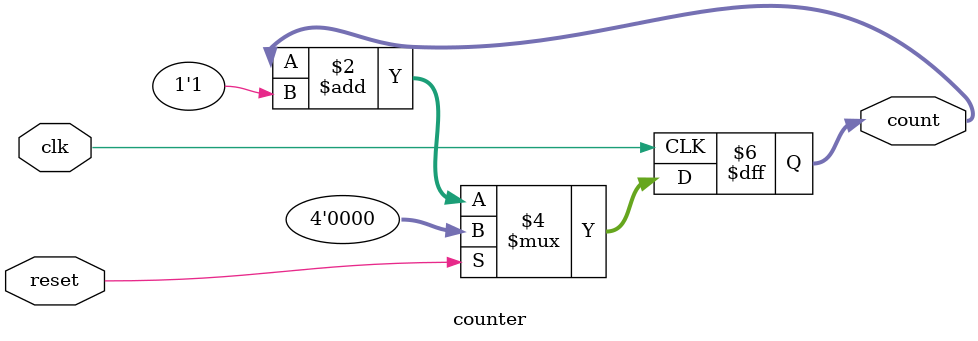
<source format=v>
module counter(
    input clk,
    input reset,
    output reg [3:0] count
);

    always @(posedge clk) begin
        // Synchronously reset the counter to 0 on the next clock edge
        if (reset) begin
            count <= 4'b0000;
        end else begin
            // Increment the counter unless reset is asserted
            count <= count + 1'b1;
        end
    end

endmodule

</source>
